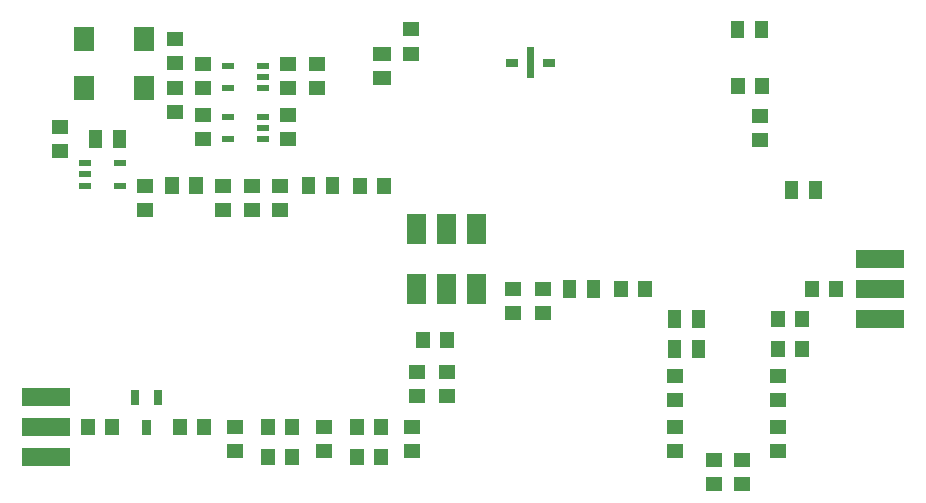
<source format=gtp>
G04 Layer: TopPasteMaskLayer*
G04 EasyEDA v6.4.7, 2020-09-29T11:03:38+03:00*
G04 9486de1159244eee9c784153b90ba1e7,e225996ff9fb4a0db64c6d6541834e49,10*
G04 Gerber Generator version 0.2*
G04 Scale: 100 percent, Rotated: No, Reflected: No *
G04 Dimensions in millimeters *
G04 leading zeros omitted , absolute positions ,3 integer and 3 decimal *
%FSLAX33Y33*%
%MOMM*%
G90*
D02*

%ADD18R,4.064000X1.524000*%
%ADD20R,1.160018X1.450010*%
%ADD21R,1.469898X1.160018*%
%ADD22R,1.399540X1.300480*%
%ADD23R,0.999998X0.551180*%
%ADD24R,1.470000X1.160018*%
%ADD25R,1.160018X1.470000*%
%ADD28R,1.800860X1.998980*%
%ADD29R,0.999998X0.550012*%
%ADD30R,0.999998X0.799998*%

%LPD*%
G54D18*
G01X4444Y11430D03*
G01X4444Y8890D03*
G01X4444Y6350D03*
G01X75058Y18034D03*
G01X75058Y20574D03*
G01X75058Y23114D03*
G36*
G01X62412Y43279D02*
G01X63572Y43279D01*
G01X63572Y41809D01*
G01X62412Y41809D01*
G01X62412Y43279D01*
G37*
G36*
G01X64444Y43279D02*
G01X65604Y43279D01*
G01X65604Y41809D01*
G01X64444Y41809D01*
G01X64444Y43279D01*
G37*
G54D20*
G01X65024Y37736D03*
G01X62992Y37736D03*
G54D21*
G01X64897Y33202D03*
G01X64897Y35234D03*
G36*
G01X66984Y29690D02*
G01X68144Y29690D01*
G01X68144Y28220D01*
G01X66984Y28220D01*
G01X66984Y29690D01*
G37*
G36*
G01X69016Y29690D02*
G01X70176Y29690D01*
G01X70176Y28220D01*
G01X69016Y28220D01*
G01X69016Y29690D01*
G37*
G54D22*
G01X35307Y40480D03*
G01X35307Y42580D03*
G54D21*
G01X17718Y37591D03*
G01X17718Y39623D03*
G54D23*
G01X22772Y39471D03*
G01X19877Y39471D03*
G01X19877Y37592D03*
G01X22772Y37592D03*
G01X22772Y38531D03*
G54D21*
G01X24957Y39624D03*
G01X24957Y37592D03*
G01X27371Y37592D03*
G01X27371Y39624D03*
G54D24*
G01X12827Y27305D03*
G01X12827Y29337D03*
G36*
G01X14532Y30071D02*
G01X15693Y30071D01*
G01X15693Y28602D01*
G01X14532Y28602D01*
G01X14532Y30071D01*
G37*
G36*
G01X16564Y30071D02*
G01X17725Y30071D01*
G01X17725Y28602D01*
G01X16564Y28602D01*
G01X16564Y30071D01*
G37*
G01X19431Y29337D03*
G01X19431Y27305D03*
G01X21844Y29337D03*
G01X21844Y27305D03*
G01X24257Y29337D03*
G01X24257Y27305D03*
G36*
G01X28121Y30071D02*
G01X29282Y30071D01*
G01X29282Y28602D01*
G01X28121Y28602D01*
G01X28121Y30071D01*
G37*
G36*
G01X26089Y30071D02*
G01X27250Y30071D01*
G01X27250Y28602D01*
G01X26089Y28602D01*
G01X26089Y30071D01*
G37*
G54D25*
G01X30988Y29337D03*
G01X33020Y29337D03*
G01X8001Y8890D03*
G01X10033Y8890D03*
G01X15748Y8890D03*
G01X17780Y8890D03*
G54D24*
G01X20447Y8890D03*
G01X20447Y6858D03*
G54D25*
G01X23241Y8890D03*
G01X25273Y8890D03*
G01X23241Y6350D03*
G01X25273Y6350D03*
G54D24*
G01X27940Y6858D03*
G01X27940Y8890D03*
G54D25*
G01X30734Y8890D03*
G01X32766Y8890D03*
G01X30734Y6350D03*
G01X32766Y6350D03*
G54D24*
G01X35433Y6858D03*
G01X35433Y8890D03*
G01X38354Y11557D03*
G01X38354Y13589D03*
G01X35814Y11557D03*
G01X35814Y13589D03*
G54D25*
G01X36322Y16256D03*
G01X38354Y16256D03*
G36*
G01X12603Y9514D02*
G01X13304Y9514D01*
G01X13304Y8265D01*
G01X12603Y8265D01*
G01X12603Y9514D01*
G37*
G36*
G01X11654Y12014D02*
G01X12354Y12014D01*
G01X12354Y10764D01*
G01X11654Y10764D01*
G01X11654Y12014D01*
G37*
G36*
G01X13553Y12014D02*
G01X14253Y12014D01*
G01X14253Y10764D01*
G01X13553Y10764D01*
G01X13553Y12014D01*
G37*
G54D24*
G01X43942Y18542D03*
G01X43942Y20574D03*
G01X46482Y18542D03*
G01X46482Y20574D03*
G36*
G01X50219Y21308D02*
G01X51380Y21308D01*
G01X51380Y19839D01*
G01X50219Y19839D01*
G01X50219Y21308D01*
G37*
G36*
G01X48187Y21308D02*
G01X49348Y21308D01*
G01X49348Y19839D01*
G01X48187Y19839D01*
G01X48187Y21308D01*
G37*
G54D25*
G01X53086Y20574D03*
G01X55118Y20574D03*
G36*
G01X59109Y18768D02*
G01X60270Y18768D01*
G01X60270Y17299D01*
G01X59109Y17299D01*
G01X59109Y18768D01*
G37*
G36*
G01X57077Y18768D02*
G01X58238Y18768D01*
G01X58238Y17299D01*
G01X57077Y17299D01*
G01X57077Y18768D01*
G37*
G36*
G01X59109Y16228D02*
G01X60270Y16228D01*
G01X60270Y14759D01*
G01X59109Y14759D01*
G01X59109Y16228D01*
G37*
G36*
G01X57077Y16228D02*
G01X58238Y16228D01*
G01X58238Y14759D01*
G01X57077Y14759D01*
G01X57077Y16228D01*
G37*
G54D24*
G01X57658Y11176D03*
G01X57658Y13208D03*
G01X57658Y8890D03*
G01X57658Y6858D03*
G01X60960Y6096D03*
G01X60960Y4064D03*
G01X63373Y6096D03*
G01X63373Y4064D03*
G01X66421Y8890D03*
G01X66421Y6858D03*
G01X66421Y13208D03*
G01X66421Y11176D03*
G54D25*
G01X66421Y15494D03*
G01X68453Y15494D03*
G01X66421Y18034D03*
G01X68453Y18034D03*
G01X69254Y20574D03*
G01X71286Y20574D03*
G36*
G01X34988Y21844D02*
G01X36639Y21844D01*
G01X36639Y19304D01*
G01X34988Y19304D01*
G01X34988Y21844D01*
G37*
G36*
G01X37528Y21844D02*
G01X39179Y21844D01*
G01X39179Y19304D01*
G01X37528Y19304D01*
G01X37528Y21844D01*
G37*
G36*
G01X40068Y21844D02*
G01X41719Y21844D01*
G01X41719Y19304D01*
G01X40068Y19304D01*
G01X40068Y21844D01*
G37*
G36*
G01X40068Y26924D02*
G01X41719Y26924D01*
G01X41719Y24384D01*
G01X40068Y24384D01*
G01X40068Y26924D01*
G37*
G36*
G01X37528Y26924D02*
G01X39179Y26924D01*
G01X39179Y24384D01*
G01X37528Y24384D01*
G01X37528Y26924D01*
G37*
G36*
G01X34988Y26924D02*
G01X36639Y26924D01*
G01X36639Y24384D01*
G01X34988Y24384D01*
G01X34988Y26924D01*
G37*
G54D28*
G01X12700Y37592D03*
G01X12700Y41783D03*
G01X7620Y41783D03*
G01X7620Y37592D03*
G54D21*
G01X15356Y35560D03*
G01X15356Y37592D03*
G01X15356Y39751D03*
G01X15356Y41783D03*
G54D23*
G01X22772Y34239D03*
G01X22772Y35179D03*
G01X19877Y35179D03*
G01X19877Y33299D03*
G01X22772Y33299D03*
G54D21*
G01X24957Y33299D03*
G01X24957Y35331D03*
G54D29*
G01X7710Y31236D03*
G01X10710Y31236D03*
G01X10710Y29337D03*
G01X7710Y29337D03*
G01X7710Y30286D03*
G36*
G01X10088Y34008D02*
G01X11248Y34008D01*
G01X11248Y32538D01*
G01X10088Y32538D01*
G01X10088Y34008D01*
G37*
G36*
G01X8056Y34008D02*
G01X9216Y34008D01*
G01X9216Y32538D01*
G01X8056Y32538D01*
G01X8056Y34008D01*
G37*
G54D21*
G01X17719Y35330D03*
G01X17719Y33298D03*
G36*
G01X32158Y37867D02*
G01X32158Y39028D01*
G01X33627Y39028D01*
G01X33627Y37867D01*
G01X32158Y37867D01*
G37*
G36*
G01X32158Y39899D02*
G01X32158Y41060D01*
G01X33627Y41060D01*
G01X33627Y39899D01*
G01X32158Y39899D01*
G37*
G54D24*
G01X5588Y34290D03*
G01X5588Y32258D03*
G54D30*
G01X47066Y39751D03*
G01X43866Y39750D03*
G36*
G01X45166Y41050D02*
G01X45766Y41050D01*
G01X45766Y38450D01*
G01X45166Y38450D01*
G01X45166Y41050D01*
G37*
M00*
M02*

</source>
